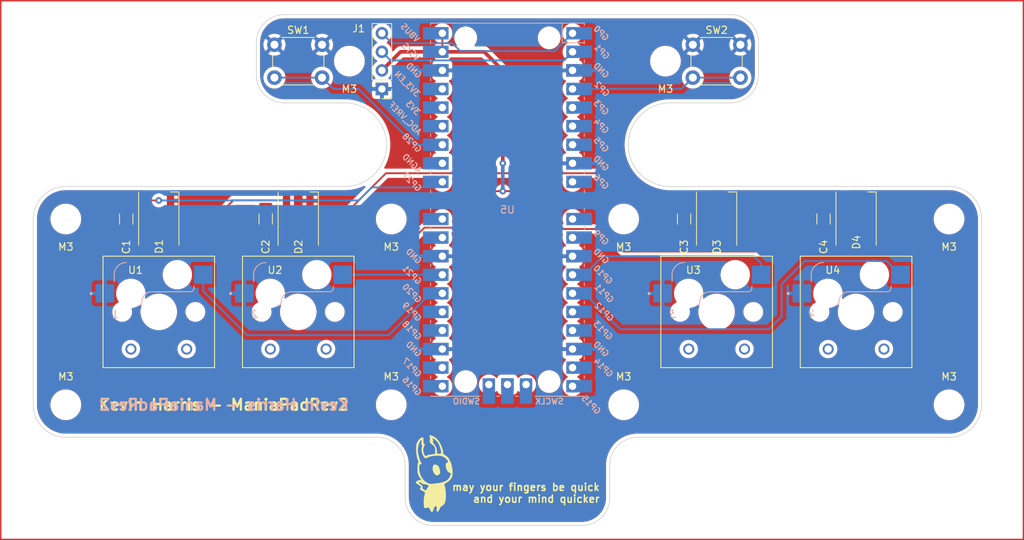
<source format=kicad_pcb>
(kicad_pcb (version 20211014) (generator pcbnew)
  (layers (0 "F.Cu" signal) (31 "B.Cu" signal) (34 "B.Paste" user) (35 "F.Paste" user) (36 "B.SilkS" user "B.Silkscreen") (37 "F.SilkS" user "F.Silkscreen") (38 "B.Mask" user) (39 "F.Mask" user) (44 "Edge.Cuts" user))
  (net 0 "")
  (net 1 "+5V")
  (net 2 "GND")
  (net 3 "Net-(D2-Pad2)")
  (net 4 "Net-(D3-Pad2)")
  (net 5 "Net-(J1-Pad3)")
  (net 6 "Net-(SW1-Pad2)")
  (net 9 "Net-(J1-Pad4)")
  (net 10 "Net-(D1-Pad2)")
  (net 25 "Net-(D1-Pad4)")
  (net 26 "Net-(S3-Pad2)")
  (net 31 "Net-(S4-Pad2)")
  (net 32 "Net-(S1-Pad2)")
  (net 33 "Net-(S2-Pad2)")
  (net 34 "Net-(SW2-Pad2)")
  (footprint "Capacitor_SMD:C_1206_3216Metric_Pad1.33x1.80mm_HandSolder" (layer "F.Cu") (at 170.18 88.9 -90)
    (fp_text reference "C4" (at 3.81 0 90) (layer "F.SilkS"))
    (fp_text value "100nF")
    (pad "1" smd roundrect (at -1.5625 0 270) (size 1.325 1.8) (layers "F.Cu" "F.Paste" "F.Mask") (roundrect_rratio 0.188679) (net 2 "GND"))
    (pad "2" smd roundrect (at 1.5625 0 270) (size 1.325 1.8) (layers "F.Cu" "F.Paste" "F.Mask") (roundrect_rratio 0.188679) (net 1 "+5V"))
  )
  (footprint "MX1A-11NN:CHERRY_MX1A-11NN_SWITCH" (layer "F.Cu") (at 79.375 101.6)
    (fp_text reference "U1" (at -3.175 -5.715) (layer "F.SilkS"))
    (fp_text value "MX1A-11NN")
    (pad "" np_thru_hole circle locked (at 5 0) (size 1.7 1.7) (drill 1.7) (layers *.Cu *.Mask))
    (pad "" np_thru_hole circle locked (at -5 0) (size 1.7 1.7) (drill 1.7) (layers *.Cu *.Mask))
    (pad "" np_thru_hole circle locked (at 0 0) (size 3.9878 3.9878) (drill 3.9878) (layers *.Cu *.Mask))
    (pad "BR1" thru_hole circle locked (at -3.81 5.08) (size 1.508 1.508) (drill 1) (layers *.Cu *.Mask))
    (pad "BR2" thru_hole circle locked (at 3.81 5.08) (size 1.508 1.508) (drill 1) (layers *.Cu *.Mask))
  )
  (footprint "MountingHole:MountingHole_3.2mm_M3_ISO7380" (layer "F.Cu") (at 111.125 114.3)
    (fp_text reference "M3" (at 0 -3.85) (layer "F.SilkS"))
    (fp_text value "MountingHole_3.2mm_M3_ISO7380" hide)
    (pad "" np_thru_hole circle (at 0 0) (size 3.2 3.2) (drill 3.2) (layers *.Cu *.Mask))
  )
  (footprint "MountingHole:MountingHole_3.2mm_M3_ISO7380" (layer "F.Cu") (at 187.325 114.3)
    (fp_text reference "M3" (at 0 -3.85) (layer "F.SilkS"))
    (fp_text value "MountingHole_3.2mm_M3_ISO7380" hide)
    (pad "" np_thru_hole circle (at 0 0) (size 3.2 3.2) (drill 3.2) (layers *.Cu *.Mask))
  )
  (footprint "MountingHole:MountingHole_3.2mm_M3_ISO7380" (layer "F.Cu") (at 105.41 67.31)
    (fp_text reference "M3" (at 0 3.81) (layer "F.SilkS"))
    (fp_text value "MountingHole_3.2mm_M3_ISO7380" hide)
    (pad "" np_thru_hole circle (at 0 0) (size 3.2 3.2) (drill 3.2) (layers *.Cu *.Mask))
  )
  (footprint "Button_Switch_THT:SW_PUSH_6mm" (layer "F.Cu") (at 152.325 65.07)
    (fp_text reference "SW2" (at 3.25 -2) (layer "F.SilkS"))
    (fp_text value "SW_Push")
    (pad "1" thru_hole circle (at 6.5 0 90) (size 2 2) (drill 1.1) (layers *.Cu *.Mask) (net 2 "GND"))
    (pad "1" thru_hole circle (at 0 0 90) (size 2 2) (drill 1.1) (layers *.Cu *.Mask) (net 2 "GND"))
    (pad "2" thru_hole circle (at 6.5 4.5 90) (size 2 2) (drill 1.1) (layers *.Cu *.Mask) (net 34 "Net-(SW2-Pad2)"))
    (pad "2" thru_hole circle (at 0 4.5 90) (size 2 2) (drill 1.1) (layers *.Cu *.Mask) (net 34 "Net-(SW2-Pad2)"))
  )
  (footprint "Capacitor_SMD:C_1206_3216Metric_Pad1.33x1.80mm_HandSolder" (layer "F.Cu") (at 74.93 88.9 -90)
    (fp_text reference "C1" (at 3.81 0 90) (layer "F.SilkS"))
    (fp_text value "100nF")
    (pad "1" smd roundrect (at -1.5625 0 270) (size 1.325 1.8) (layers "F.Cu" "F.Paste" "F.Mask") (roundrect_rratio 0.188679) (net 2 "GND"))
    (pad "2" smd roundrect (at 1.5625 0 270) (size 1.325 1.8) (layers "F.Cu" "F.Paste" "F.Mask") (roundrect_rratio 0.188679) (net 1 "+5V"))
  )
  (footprint "MountingHole:MountingHole_3.2mm_M3_ISO7380" (layer "F.Cu") (at 66.675 88.9)
    (fp_text reference "M3" (at 0 3.81) (layer "F.SilkS"))
    (fp_text value "MountingHole_3.2mm_M3_ISO7380" hide)
    (pad "" np_thru_hole circle (at 0 0) (size 3.2 3.2) (drill 3.2) (layers *.Cu *.Mask))
  )
  (footprint "MountingHole:MountingHole_3.2mm_M3_ISO7380" (layer "F.Cu") (at 142.875 114.3)
    (fp_text reference "M3" (at 0 -3.85) (layer "F.SilkS"))
    (fp_text value "MountingHole_3.2mm_M3_ISO7380" hide)
    (pad "" np_thru_hole circle (at 0 0) (size 3.2 3.2) (drill 3.2) (layers *.Cu *.Mask))
  )
  (footprint "Button_Switch_THT:SW_PUSH_6mm" (layer "F.Cu") (at 95.175 65.07)
    (fp_text reference "SW1" (at 3.25 -2) (layer "F.SilkS"))
    (fp_text value "SW_Push")
    (pad "1" thru_hole circle (at 0 0 90) (size 2 2) (drill 1.1) (layers *.Cu *.Mask) (net 2 "GND"))
    (pad "1" thru_hole circle (at 6.5 0 90) (size 2 2) (drill 1.1) (layers *.Cu *.Mask) (net 2 "GND"))
    (pad "2" thru_hole circle (at 0 4.5 90) (size 2 2) (drill 1.1) (layers *.Cu *.Mask) (net 6 "Net-(SW1-Pad2)"))
    (pad "2" thru_hole circle (at 6.5 4.5 90) (size 2 2) (drill 1.1) (layers *.Cu *.Mask) (net 6 "Net-(SW1-Pad2)"))
  )
  (footprint "Capacitor_SMD:C_1206_3216Metric_Pad1.33x1.80mm_HandSolder" (layer "F.Cu") (at 151.13 88.9 -90)
    (fp_text reference "C3" (at 3.81 0 90) (layer "F.SilkS"))
    (fp_text value "100nF")
    (pad "1" smd roundrect (at -1.5625 0 270) (size 1.325 1.8) (layers "F.Cu" "F.Paste" "F.Mask") (roundrect_rratio 0.188679) (net 2 "GND"))
    (pad "2" smd roundrect (at 1.5625 0 270) (size 1.325 1.8) (layers "F.Cu" "F.Paste" "F.Mask") (roundrect_rratio 0.188679) (net 1 "+5V"))
  )
  (footprint "LED_SMD:LED_WS2812B_PLCC4_5.0x5.0mm_P3.2mm" (layer "F.Cu") (at 79.375 88.858533 90)
    (fp_text reference "D1" (at -3.81 0.041467 90) (layer "F.SilkS"))
    (fp_text value "WS2812B")
    (pad "1" smd rect locked (at -2.45 -1.6 90) (size 1.5 1) (layers "F.Cu" "F.Paste" "F.Mask") (net 1 "+5V"))
    (pad "2" smd rect locked (at -2.45 1.6 90) (size 1.5 1) (layers "F.Cu" "F.Paste" "F.Mask") (net 10 "Net-(D1-Pad2)"))
    (pad "3" smd rect locked (at 2.45 1.6 90) (size 1.5 1) (layers "F.Cu" "F.Paste" "F.Mask") (net 2 "GND"))
    (pad "4" smd rect locked (at 2.45 -1.6 90) (size 1.5 1) (layers "F.Cu" "F.Paste" "F.Mask") (net 25 "Net-(D1-Pad4)"))
  )
  (footprint "MountingHole:MountingHole_3.2mm_M3_ISO7380" (layer "F.Cu") (at 148.59 67.31)
    (fp_text reference "M3" (at 0 3.81) (layer "F.SilkS"))
    (fp_text value "MountingHole_3.2mm_M3_ISO7380" hide)
    (pad "" np_thru_hole circle (at 0 0) (size 3.2 3.2) (drill 3.2) (layers *.Cu *.Mask))
  )
  (footprint "MX1A-11NN:CHERRY_MX1A-11NN_SWITCH" (layer "F.Cu") (at 98.425 101.6)
    (fp_text reference "U2" (at -3.175 -5.715) (layer "F.SilkS"))
    (fp_text value "MX1A-11NN")
    (pad "" np_thru_hole circle locked (at 0 0) (size 3.9878 3.9878) (drill 3.9878) (layers *.Cu *.Mask))
    (pad "" np_thru_hole circle locked (at 5 0) (size 1.7 1.7) (drill 1.7) (layers *.Cu *.Mask))
    (pad "" np_thru_hole circle locked (at -5 0) (size 1.7 1.7) (drill 1.7) (layers *.Cu *.Mask))
    (pad "BR1" thru_hole circle locked (at -3.81 5.08) (size 1.508 1.508) (drill 1) (layers *.Cu *.Mask))
    (pad "BR2" thru_hole circle locked (at 3.81 5.08) (size 1.508 1.508) (drill 1) (layers *.Cu *.Mask))
  )
  (footprint "LED_SMD:LED_WS2812B_PLCC4_5.0x5.0mm_P3.2mm" (layer "F.Cu") (at 155.575 88.858533 90)
    (fp_text reference "D3" (at -3.851467 0.041467 90) (layer "F.SilkS"))
    (fp_text value "WS2812B")
    (pad "1" smd rect (at -2.45 -1.6 90) (size 1.5 1) (layers "F.Cu" "F.Paste" "F.Mask") (net 1 "+5V"))
    (pad "2" smd rect (at -2.45 1.6 90) (size 1.5 1) (layers "F.Cu" "F.Paste" "F.Mask") (net 4 "Net-(D3-Pad2)"))
    (pad "3" smd rect (at 2.45 1.6 90) (size 1.5 1) (layers "F.Cu" "F.Paste" "F.Mask") (net 2 "GND"))
    (pad "4" smd rect (at 2.45 -1.6 90) (size 1.5 1) (layers "F.Cu" "F.Paste" "F.Mask") (net 3 "Net-(D2-Pad2)"))
  )
  (footprint "Graphics:knight" (layer "F.Cu") (at 116.84 123.19)
    (fp_text reference "G***" hide)
    (fp_text value "LOGO" hide)
  )
  (footprint "MX1A-11NN:CHERRY_MX1A-11NN_SWITCH" (layer "F.Cu") (at 155.575 101.6)
    (fp_text reference "U3" (at -3.175 -5.715) (layer "F.SilkS"))
    (fp_text value "MX1A-11NN")
    (pad "" np_thru_hole circle locked (at -5 0) (size 1.7 1.7) (drill 1.7) (layers *.Cu *.Mask))
    (pad "" np_thru_hole circle locked (at 5 0) (size 1.7 1.7) (drill 1.7) (layers *.Cu *.Mask))
    (pad "" np_thru_hole circle locked (at 0 0) (size 3.9878 3.9878) (drill 3.9878) (layers *.Cu *.Mask))
    (pad "BR1" thru_hole circle locked (at -3.81 5.08) (size 1.508 1.508) (drill 1) (layers *.Cu *.Mask))
    (pad "BR2" thru_hole circle locked (at 3.81 5.08) (size 1.508 1.508) (drill 1) (layers *.Cu *.Mask))
  )
  (footprint "LED_SMD:LED_WS2812B_PLCC4_5.0x5.0mm_P3.2mm" (layer "F.Cu") (at 174.625 88.858533 90)
    (fp_text reference "D4" (at -3.216467 0.041467 90) (layer "F.SilkS"))
    (fp_text value "WS2812B")
    (pad "1" smd rect locked (at -2.45 -1.6 90) (size 1.5 1) (layers "F.Cu" "F.Paste" "F.Mask") (net 1 "+5V"))
    (pad "2" smd rect locked (at -2.45 1.6 90) (size 1.5 1) (layers "F.Cu" "F.Paste" "F.Mask"))
    (pad "3" smd rect locked (at 2.45 1.6 90) (size 1.5 1) (layers "F.Cu" "F.Paste" "F.Mask") (net 2 "GND"))
    (pad "4" smd rect locked (at 2.45 -1.6 90) (size 1.5 1) (layers "F.Cu" "F.Paste" "F.Mask") (net 4 "Net-(D3-Pad2)"))
  )
  (footprint "MountingHole:MountingHole_3.2mm_M3_ISO7380" (layer "F.Cu") (at 66.675 114.3)
    (fp_text reference "M3" (at 0 -3.85) (layer "F.SilkS"))
    (fp_text value "MountingHole_3.2mm_M3_ISO7380" hide)
    (pad "" np_thru_hole circle (at 0 0) (size 3.2 3.2) (drill 3.2) (layers *.Cu *.Mask))
  )
  (footprint "MountingHole:MountingHole_3.2mm_M3_ISO7380" (layer "F.Cu") (at 142.875 88.9)
    (fp_text reference "M3" (at 0 3.81) (layer "F.SilkS"))
    (fp_text value "MountingHole_3.2mm_M3_ISO7380" hide)
    (pad "" np_thru_hole circle (at 0 0) (size 3.2 3.2) (drill 3.2) (layers *.Cu *.Mask))
  )
  (footprint "MX1A-11NN:CHERRY_MX1A-11NN_SWITCH" (layer "F.Cu") (at 174.625 101.6)
    (fp_text reference "U4" (at -3.175 -5.715) (layer "F.SilkS"))
    (fp_text value "MX1A-11NN")
    (pad "" np_thru_hole circle locked (at 5 0) (size 1.7 1.7) (drill 1.7) (layers *.Cu *.Mask))
    (pad "" np_thru_hole circle locked (at 0 0) (size 3.9878 3.9878) (drill 3.9878) (layers *.Cu *.Mask))
    (pad "" np_thru_hole circle locked (at -5 0) (size 1.7 1.7) (drill 1.7) (layers *.Cu *.Mask))
    (pad "BR1" thru_hole circle locked (at -3.81 5.08) (size 1.508 1.508) (drill 1) (layers *.Cu *.Mask))
    (pad "BR2" thru_hole circle locked (at 3.81 5.08) (size 1.508 1.508) (drill 1) (layers *.Cu *.Mask))
  )
  (footprint "LED_SMD:LED_WS2812B_PLCC4_5.0x5.0mm_P3.2mm" (layer "F.Cu") (at 98.425 88.858533 90)
    (fp_text reference "D2" (at -3.851467 0.041467 90) (layer "F.SilkS"))
    (fp_text value "WS2812B")
    (pad "1" smd rect locked (at -2.45 -1.6 90) (size 1.5 1) (layers "F.Cu" "F.Paste" "F.Mask") (net 1 "+5V"))
    (pad "2" smd rect locked (at -2.45 1.6 90) (size 1.5 1) (layers "F.Cu" "F.Paste" "F.Mask") (net 3 "Net-(D2-Pad2)"))
    (pad "3" smd rect locked (at 2.45 1.6 90) (size 1.5 1) (layers "F.Cu" "F.Paste" "F.Mask") (net 2 "GND"))
    (pad "4" smd rect locked (at 2.45 -1.6 90) (size 1.5 1) (layers "F.Cu" "F.Paste" "F.Mask") (net 10 "Net-(D1-Pad2)"))
  )
  (footprint "Connector_PinHeader_2.54mm:PinHeader_1x04_P2.54mm_Vertical" (layer "F.Cu") (at 109.855 71.12 180)
    (fp_text reference "J1" (at 3.175 8.255 180) (layer "F.SilkS"))
    (fp_text value "Conn_01x04" hide)
    (pad "1" thru_hole rect (at 0 0 180) (size 1.7 1.7) (drill 1) (layers *.Cu *.Mask) (net 2 "GND"))
    (pad "2" thru_hole oval (at 0 2.54 180) (size 1.7 1.7) (drill 1) (layers *.Cu *.Mask) (net 1 "+5V"))
    (pad "3" thru_hole oval (at 0 5.08 180) (size 1.7 1.7) (drill 1) (layers *.Cu *.Mask) (net 5 "Net-(J1-Pad3)"))
    (pad "4" thru_hole oval (at 0 7.62 180) (size 1.7 1.7) (drill 1) (layers *.Cu *.Mask) (net 9 "Net-(J1-Pad4)"))
  )
  (footprint "MountingHole:MountingHole_3.2mm_M3_ISO7380" (layer "F.Cu") (at 187.325 88.9)
    (fp_text reference "M3" (at 0 3.81) (layer "F.SilkS"))
    (fp_text value "MountingHole_3.2mm_M3_ISO7380" hide)
    (pad "" np_thru_hole circle (at 0 0) (size 3.2 3.2) (drill 3.2) (layers *.Cu *.Mask))
  )
  (footprint "Capacitor_SMD:C_1206_3216Metric_Pad1.33x1.80mm_HandSolder" (layer "F.Cu") (at 93.98 88.9 -90)
    (fp_text reference "C2" (at 3.81 0 90) (layer "F.SilkS"))
    (fp_text value "100nF")
    (pad "1" smd roundrect (at -1.5625 0 270) (size 1.325 1.8) (layers "F.Cu" "F.Paste" "F.Mask") (roundrect_rratio 0.188679) (net 2 "GND"))
    (pad "2" smd roundrect (at 1.5625 0 270) (size 1.325 1.8) (layers "F.Cu" "F.Paste" "F.Mask") (roundrect_rratio 0.188679) (net 1 "+5V"))
  )
  (footprint "MountingHole:MountingHole_3.2mm_M3_ISO7380" (layer "F.Cu") (at 111.125 88.9)
    (fp_text reference "M3" (at 0 3.81) (layer "F.SilkS"))
    (fp_text value "MountingHole_3.2mm_M3_ISO7380" hide)
    (pad "" np_thru_hole circle (at 0 0) (size 3.2 3.2) (drill 3.2) (layers *.Cu *.Mask))
  )
  (footprint "PG151101S11:SW_PG151101S11" (layer "B.Cu") (at 78.7315 97.79)
    (fp_text reference "S1" (at -4.825 4.135) (layer "B.SilkS") (effects (justify mirror)))
    (fp_text value "PG151101S11")
    (pad "" np_thru_hole circle (at -3.175 1.27) (size 3 3) (drill 3) (layers *.Cu *.Mask))
    (pad "" np_thru_hole circle (at 3.175 -1.27) (size 3 3) (drill 3) (layers *.Cu *.Mask))
    (pad "1" smd rect (at -6.725 1.27) (size 2.55 2.5) (layers "B.Cu" "B.Paste" "B.Mask") (net 2 "GND"))
    (pad "2" smd rect (at 6.725 -1.27) (size 2.55 2.5) (layers "B.Cu" "B.Paste" "B.Mask") (net 32 "Net-(S1-Pad2)"))
  )
  (footprint "PG151101S11:SW_PG151101S11" (layer "B.Cu") (at 173.95 97.79)
    (fp_text reference "S4" (at -4.825 4.135) (layer "B.SilkS") (effects (justify mirror)))
    (fp_text value "PG151101S11")
    (pad "" np_thru_hole circle (at 3.175 -1.27) (size 3 3) (drill 3) (layers *.Cu *.Mask))
    (pad "" np_thru_hole circle (at -3.175 1.27) (size 3 3) (drill 3) (layers *.Cu *.Mask))
    (pad "1" smd rect (at -6.725 1.27) (size 2.55 2.5) (layers "B.Cu" "B.Paste" "B.Mask") (net 2 "GND"))
    (pad "2" smd rect (at 6.725 -1.27) (size 2.55 2.5) (layers "B.Cu" "B.Paste" "B.Mask") (net 31 "Net-(S4-Pad2)"))
  )
  (footprint "SC0915:RPi_Pico_SMD_TH" (layer "B.Cu") (at 127 87.63 180)
    (fp_text reference "U5" (at 0 0) (layer "B.SilkS") (effects (justify mirror)))
    (fp_text value "SC0915")
    (fp_text user "GP19" (at 13.054 -13.97 135) (layer "B.SilkS") (effects (font (size 0.8 0.8)) (justify mirror)))
    (fp_text user "SWCLK" (at -5.7 -26.2) (layer "B.SilkS") (effects (font (size 0.8 0.8)) (justify mirror)))
    (fp_text user "GP17" (at 13.054 -21.59 135) (layer "B.SilkS") (effects (font (size 0.8 0.8)) (justify mirror)))
    (fp_text user "GP14" (at -13.1 -21.59 135) (layer "B.SilkS") (effects (font (size 0.8 0.8)) (justify mirror)))
    (fp_text user "GND" (at -12.8 -19.05 135) (layer "B.SilkS") (effects (font (size 0.8 0.8)) (justify mirror)))
    (fp_text user "GP0" (at -12.8 24.13 135) (layer "B.SilkS") (effects (font (size 0.8 0.8)) (justify mirror)))
    (fp_text user "GP4" (at -12.8 11.43 135) (layer "B.SilkS") (effects (font (size 0.8 0.8)) (justify mirror)))
    (fp_text user "GP27" (at 13.054 3.8 135) (layer "B.SilkS") (effects (font (size 0.8 0.8)) (justify mirror)))
    (fp_text user "GP1" (at -12.9 21.6 135) (layer "B.SilkS") (effects (font (size 0.8 0.8)) (justify mirror)))
    (fp_text user "GND" (at 12.8 -6.35 135) (layer "B.SilkS") (effects (font (size 0.8 0.8)) (justify mirror)))
    (fp_text user "GND" (at 12.8 19.05 135) (layer "B.SilkS") (effects (font (size 0.8 0.8)) (justify mirror)))
    (fp_text user "GP15" (at -11.43 -26.67 135) (layer "B.SilkS") (effects (font (size 0.8 0.8)) (justify mirror)))
    (fp_text user "GP13" (at -13.054 -16.51 135) (layer "B.SilkS") (effects (font (size 0.8 0.8)) (justify mirror)))
    (fp_text user "SWDIO" (at 5.6 -26.2) (layer "B.SilkS") (effects (font (size 0.8 0.8)) (justify mirror)))
    (fp_text user "GP6" (at -12.8 3.81 135) (layer "B.SilkS") (effects (font (size 0.8 0.8)) (justify mirror)))
    (fp_text user "GND" (at -12.8 6.35 135) (layer "B.SilkS") (effects (font (size 0.8 0.8)) (justify mirror)))
    (fp_text user "GP3" (at -12.8 13.97 135) (layer "B.SilkS") (effects (font (size 0.8 0.8)) (justify mirror)))
    (fp_text user "GP16" (at 13.054 -24.13 135) (layer "B.SilkS") (effects (font (size 0.8 0.8)) (justify mirror)))
    (fp_text user "3V3_EN" (at 13.7 17.2 135) (layer "B.SilkS") (effects (font (size 0.8 0.8)) (justify mirror)))
    (fp_text user "GND" (at 12.8 -19.05 135) (layer "B.SilkS") (effects (font (size 0.8 0.8)) (justify mirror)))
    (fp_text user "GP9" (at -12.8 -3.81 135) (layer "B.SilkS") (effects (font (size 0.8 0.8)) (justify mirror)))
    (fp_text user "GND" (at -12.8 -6.35 135) (layer "B.SilkS") (effects (font (size 0.8 0.8)) (justify mirror)))
    (fp_text user "GP21" (at 13.054 -8.9 135) (layer "B.SilkS") (effects (font (size 0.8 0.8)) (justify mirror)))
    (fp_text user "GP10" (at -13.054 -8.89 135) (layer "B.SilkS") (effects (font (size 0.8 0.8)) (justify mirror)))
    (fp_text user "ADC_VREF" (at 14 12.5 135) (layer "B.SilkS") (effects (font (size 0.8 0.8)) (justify mirror)))
    (fp_text user "GP18" (at 13.054 -16.51 135) (layer "B.SilkS") (effects (font (size 0.8 0.8)) (justify mirror)))
    (fp_text user "3V3" (at 12.9 13.9 135) (layer "B.SilkS") (effects (font (size 0.8 0.8)) (justify mirror)))
    (fp_text user "GP5" (at -12.8 8.89 135) (layer "B.SilkS") (effects (font (size 0.8 0.8)) (justify mirror)))
    (fp_text user "GP20" (at 13.054 -11.43 135) (layer "B.SilkS") (effects (font (size 0.8 0.8)) (justify mirror)))
    (fp_text user "GND" (at -12.8 19.05 135) (layer "B.SilkS") (effects (font (size 0.8 0.8)) (justify mirror)))
    (fp_text user "VSYS" (at 13.2 21.59 135) (layer "B.SilkS") (effects (font (size 0.8 0.8)) (justify mirror)))
    (fp_text user "GP12" (at -13.2 -13.97 135) (layer "B.SilkS") (effects (font (size 0.8 0.8)) (justify mirror)))
    (fp_text user "GP2" (at -12.9 16.51 135) (layer "B.SilkS") (effects (font (size 0.8 0.8)) (justify mirror)))
    (fp_text user "GP28" (at 13.054 9.144 135) (layer "B.SilkS") (effects (font (size 0.8 0.8)) (justify mirror)))
    (fp_text user "VBUS" (at 13.3 24.2 135) (layer "B.SilkS") (effects (font (size 0.8 0.8)) (justify mirror)))
    (fp_text user "GP11" (at -13.2 -11.43 135) (layer "B.SilkS") (effects (font (size 0.8 0.8)) (justify mirror)))
    (fp_text user "AGND" (at 13.054 6.35 135) (layer "B.SilkS") (effects (font (size 0.8 0.8)) (justify mirror)))
    (pad "" np_thru_hole circle (at -5.7 23.5 180) (size 2.1 2.1) (drill 2.1) (layers *.Cu *.Mask))
    (pad "" np_thru_hole circle (at -5.7 -23.5 180) (size 2.1 2.1) (drill 2.1) (layers *.Cu *.Mask))
    (pad "" np_thru_hole circle (at 5.7 -23.5 180) (size 2.1 2.1) (drill 2.1) (layers *.Cu *.Mask))
    (pad "" np_thru_hole circle (at 5.7 23.5 180) (size 2.1 2.1) (drill 2.1) (layers *.Cu *.Mask))
    (pad "1" thru_hole oval (at -8.89 24.13 180) (size 1.7 1.7) (drill 1.02) (layers *.Cu *.Mask) (net 9 "Net-(J1-Pad4)"))
    (pad "1" smd rect (at -8.89 24.13 180) (size 3.5 1.7) (drill (offset -0.9 0)) (layers "B.Cu" "B.Mask") (net 9 "Net-(J1-Pad4)"))
    (pad "2" smd rect (at -8.89 21.59 180) (size 3.5 1.7) (drill (offset -0.9 0)) (layers "B.Cu" "B.Mask") (net 5 "Net-(J1-Pad3)"))
    (pad "2" thru_hole oval (at -8.89 21.59 180) (size 1.7 1.7) (drill 1.02) (layers *.Cu *.Mask) (net 5 "Net-(J1-Pad3)"))
    (pad "3" thru_hole rect (at -8.89 19.05 180) (size 1.7 1.7) (drill 1.02) (layers *.Cu *.Mask) (net 2 "GND"))
    (pad "3" smd rect (at -8.89 19.05 180) (size 3.5 1.7) (drill (offset -0.9 0)) (layers "B.Cu" "B.Mask") (net 2 "GND"))
    (pad "4" thru_hole oval (at -8.89 16.51 180) (size 1.7 1.7) (drill 1.02) (layers *.Cu *.Mask) (net 34 "Net-(SW2-Pad2)"))
    (pad "4" smd rect (at -8.89 16.51 180) (size 3.5 1.7) (drill (offset -0.9 0)) (layers "B.Cu" "B.Mask") (net 34 "Net-(SW2-Pad2)"))
    (pad "5" smd rect (at -8.89 13.97 180) (size 3.5 1.7) (drill (offset -0.9 0)) (layers "B.Cu" "B.Mask"))
    (pad "5" thru_hole oval (at -8.89 13.97 180) (size 1.7 1.7) (drill 1.02) (layers *.Cu *.Mask))
    (pad "6" thru_hole oval (at -8.89 11.43 180) (size 1.7 1.7) (drill 1.02) (layers *.Cu *.Mask))
    (pad "6" smd rect (at -8.89 11.43 180) (size 3.5 1.7) (drill (offset -0.9 0)) (layers "B.Cu" "B.Mask"))
    (pad "7" thru_hole oval (at -8.89 8.89 180) (size 1.7 1.7) (drill 1.02) (layers *.Cu *.Mask))
    (pad "7" smd rect (at -8.89 8.89 180) (size 3.5 1.7) (drill (offset -0.9 0)) (layers "B.Cu" "B.Mask"))
    (pad "8" thru_hole rect (at -8.89 6.35 180) (size 1.7 1.7) (drill 1.02) (layers *.Cu *.Mask) (net 2 "GND"))
    (pad "8" smd rect (at -8.89 6.35 180) (size 3.5 1.7) (drill (offset -0.9 0)) (layers "B.Cu" "B.Mask") (net 2 "GND"))
    (pad "9" thru_hole oval (at -8.89 3.81 180) (size 1.7 1.7) (drill 1.02) (layers *.Cu *.Mask))
    (pad "9" smd rect (at -8.89 3.81 180) (size 3.5 1.7) (drill (offset -0.9 0)) (layers "B.Cu" "B.Mask"))
    (pad "11" thru_hole oval (at -8.89 -1.27 180) (size 1.7 1.7) (drill 1.02) (layers *.Cu *.Mask))
    (pad "11" smd rect (at -8.89 -1.27 180) (size 3.5 1.7) (drill (offset -0.9 0)) (layers "B.Cu" "B.Mask"))
    (pad "12" thru_hole oval (at -8.89 -3.81 180) (size 1.7 1.7) (drill 1.02) (layers *.Cu *.Mask))
    (pad "12" smd rect (at -8.89 -3.81 180) (size 3.5 1.7) (drill (offset -0.9 0)) (layers "B.Cu" "B.Mask"))
    (pad "13" thru_hole rect (at -8.89 -6.35 180) (size 1.7 1.7) (drill 1.02) (layers *.Cu *.Mask) (net 2 "GND"))
    (pad "13" smd rect (at -8.89 -6.35 180) (size 3.5 1.7) (drill (offset -0.9 0)) (layers "B.Cu" "B.Mask") (net 2 "GND"))
    (pad "14" thru_hole oval (at -8.89 -8.89 180) (size 1.7 1.7) (drill 1.02) (layers *.Cu *.Mask) (net 26 "Net-(S3-Pad2)"))
    (pad "14" smd rect (at -8.89 -8.89 180) (size 3.5 1.7) (drill (offset -0.9 0)) (layers "B.Cu" "B.Mask") (net 26 "Net-(S3-Pad2)"))
    (pad "15" thru_hole oval (at -8.89 -11.43 180) (size 1.7 1.7) (drill 1.02) (layers *.Cu *.Mask) (net 31 "Net-(S4-Pad2)"))
    (pad "15" smd rect (at -8.89 -11.43 180) (size 3.5 1.7) (drill (offset -0.9 0)) (layers "B.Cu" "B.Mask") (net 31 "Net-(S4-Pad2)"))
    (pad "16" thru_hole oval (at -8.89 -13.97 180) (size 1.7 1.7) (drill 1.02) (layers *.Cu *.Mask))
    (pad "16" smd rect (at -8.89 -13.97 180) (size 3.5 1.7) (drill (offset -0.9 0)) (layers "B.Cu" "B.Mask"))
    (pad "17" smd rect (at -8.89 -16.51 180) (size 3.5 1.7) (drill (offset -0.9 0)) (layers "B.Cu" "B.Mask"))
    (pad "17" thru_hole oval (at -8.89 -16.51 180) (size 1.7 1.7) (drill 1.02) (layers *.Cu *.Mask))
    (pad "18" thru_hole rect (at -8.89 -19.05 180) (size 1.7 1.7) (drill 1.02) (layers *.Cu *.Mask) (net 2 "GND"))
    (pad "18" smd rect (at -8.89 -19.05 180) (size 3.5 1.7) (drill (offset -0.9 0)) (layers "B.Cu" "B.Mask") (net 2 "GND"))
    (pad "19" thru_hole oval (at -8.89 -21.59 180) (size 1.7 1.7) (drill 1.02) (layers *.Cu *.Mask))
    (pad "19" smd rect (at -8.89 -21.59 180) (size 3.5 1.7) (drill (offset -0.9 0)) (layers "B.Cu" "B.Mask"))
    (pad "20" thru_hole oval (at -8.89 -24.13 180) (size 1.7 1.7) (drill 1.02) (layers *.Cu *.Mask))
    (pad "20" smd rect (at -8.89 -24.13 180) (size 3.5 1.7) (drill (offset -0.9 0)) (layers "B.Cu" "B.Mask"))
    (pad "21" thru_hole oval (at 8.89 -24.13 180) (size 1.7 1.7) (drill 1.02) (layers *.Cu *.Mask))
    (pad "21" smd rect (at 8.89 -24.13 180) (size 3.5 1.7) (drill (offset 0.9 0)) (layers "B.Cu" "B.Mask"))
    (pad "22" thru_hole oval (at 8.89 -21.59 180) (size 1.7 1.7) (drill 1.02) (layers *.Cu *.Mask))
    (pad "22" smd rect (at 8.89 -21.59 180) (size 3.5 1.7) (drill (offset 0.9 0)) (layers "B.Cu" "B.Mask"))
    (pad "23" thru_hole rect (at 8.89 -19.05 180) (size 1.7 1.7) (drill 1.02) (layers *.Cu *.Mask) (net 2 "GND"))
    (pad "23" smd rect (at 8.89 -19.05 180) (size 3.5 1.7) (drill (offset 0.9 0)) (layers "B.Cu" "B.Mask") (net 2 "GND"))
    (pad "24" smd rect (at 8.89 -16.51 180) (size 3.5 1.7) (drill (offset 0.9 0)) (layers "B.Cu" "B.Mask"))
    (pad "24" thru_hole oval (at 8.89 -16.51 180) (size 1.7 1.7) (drill 1.02) (layers *.Cu *.Mask))
    (pad "25" smd rect (at 8.89 -13.97 180) (size 3.5 1.7) (drill (offset 0.9 0)) (layers "B.Cu" "B.Mask"))
    (pad "25" thru_hole oval (at 8.89 -13.97 180) (size 1.7 1.7) (drill 1.02) (layers *.Cu *.Mask))
    (pad "26" smd rect (at 8.89 -11.43 180) (size 3.5 1.7) (drill (offset 0.9 0)) (layers "B.Cu" "B.Mask") (net 32 "Net-(S1-Pad2)"))
    (pad "26" thru_hole oval (at 8.89 -11.43 180) (size 1.7 1.7) (drill 1.02) (layers *.Cu *.Mask) (net 32 "Net-(S1-Pad2)"))
    (pad "27" smd rect (at 8.89 -8.89 180) (size 3.5 1.7) (drill (offset 0.9 0)) (layers "B.Cu" "B.Mask") (net 33 "Net-(S2-Pad2)"))
    (pad "27" thru_hole oval (at 8.89 -8.89 180) (size 1.7 1.7) (drill 1.02) (layers *.Cu *.Mask) (net 33 "Net-(S2-Pad2)"))
    (pad "28" thru_hole rect (at 8.89 -6.35 180) (size 1.7 1.7) (drill 1.02) (layers *.Cu *.Mask) (net 2 "GND"))
    (pad "28" smd rect (at 8.89 -6.35 180) (size 3.5 1.7) (drill (offset 0.9 0)) (layers "B.Cu" "B.Mask") (net 2 "GND"))
    (pad "29" smd rect (at 8.89 -3.81 180) (size 3.5 1.7) (drill (offset 0.9 0)) (layers "B.Cu" "B.Mask"))
    (pad "29" thru_hole oval (at 8.89 -3.81 180) (size 1.7 1.7) (drill 1.02) (layers *.Cu *.Mask))
    (pad "30" thru_hole oval (at 8.89 -1.27 180) (size 1.7 1.7) (drill 1.02) (layers *.Cu *.Mask))
    (pad "30" smd rect (at 8.89 -1.27 180) (size 3.5 1.7) (drill (offset 0.9 0)) (layers "B.Cu" "B.Mask"))
    (pad "32" smd rect (at 8.89 3.81 180) (size 3.5 1.7) (drill (offset 0.9 0)) (layers "B.Cu" "B.Mask") (net 25 "Net-(D1-Pad4)"))
    (pad "32" thru_hole oval (at 8.89 3.81 180) (size 1.7 1.7) (drill 1.02) (layers *.Cu *.Mask) (net 25 "Net-(D1-Pad4)"))
    (pad "33" thru_hole rect (at 8.89 6.35 180) (size 1.7 1.7) (drill 1.02) (layers *.Cu *.Mask))
    (pad "33" smd rect (at 8.89 6.35 180) (size 3.5 1.7) (drill (offset 0.9 0)) (layers "B.Cu" "B.Mask"))
    (pad "34" thru_hole oval (at 8.89 8.89 180) (size 1.7 1.7) (drill 1.02) (layers *.Cu *.Mask) (net 6 "Net-(SW1-Pad2)"))
    (pad "34" smd rect (at 8.89 8.89 180) (size 3.5 1.7) (drill (offset 0.9 0)) (layers "B.Cu" "B.Mask") (net 6 "Net-(SW1-Pad2)"))
    (pad "35" thru_hole oval (at 8.89 11.43 180) (size 1.7 1.7) (drill 1.02) (layers *.Cu *.Mask))
    (pad "35" smd rect (at 8.89 11.43 180) (size 3.5 1.7) (drill (offset 0.9 0)) (layers "B.Cu" "B.Mask"))
    (pad "36" thru_hole oval (at 8.89 13.97 180) (size 1.7 1.7) (drill 1.02) (layers *.Cu *.Mask))
    (pad "36" smd rect (at 8.89 13.97 180) (size 3.5 1.7) (drill (offset 0.9 0)) (layers "B.Cu" "B.Mask"))
    (pad "37" thru_hole oval (at 8.89 16.51 180) (size 1.7 1.7) (drill 1.02) (layers *.Cu *.Mask))
    (pad "37" smd rect (at 8.89 16.51 180) (size 3.5 1.7) (drill (offset 0.9 0)) (layers "B.Cu" "B.Mask"))
    (pad "38" smd rect (at 8.89 19.05 180) (size 3.5 1.7) (drill (offset 0.9 0)) (layers "B.Cu" "B.Mask") (net 2 "GND"))
    (pad "38" thru_hole rect (at 8.89 19.05 180) (size 1.7 1.7) (drill 1.02) (layers *.Cu *.Mask) (net 2 "GND"))
    (pad "39" smd rect (at 8.89 21.59 180) (size 3.5 1.7) (drill (offset 0.9 0)) (layers "B.Cu" "B.Mask") (net 1 "+5V"))
    (pad "39" thru_hole oval (at 8.89 21.59 180) (size 1.7 1.7) (drill 1.02) (layers *.Cu *.Mask) (net 1 "+5V"))
    (pad "40" thru_hole oval (at 8.89 24.13 180) (size 1.7 1.7) (drill 1.02) (layers *.Cu *.Mask) (net 1 "+5V"))
    (pad "40" smd rect (at 8.89 24.13 180) (size 3.5 1.7) (drill (offset 0.9 0)) (layers "B.Cu" "B.Mask") (net 1 "+5V"))
    (pad "41" thru_hole oval (at -2.54 -23.9 180) (size 1.7 1.7) (drill 1.02) (layers *.Cu *.Mask))
    (pad "41" smd rect (at -2.54 -23.9 90) (size 3.5 1.7) (drill (offset -0.9 0)) (layers "B.Cu" "B.Mask"))
    (pad "42" smd rect (at 0 -23.9 90) (size 3.5 1.7) (drill (offset -0.9 0)) (layers "B.Cu" "B.Mask"))
    (pad "42" thru_hole rect (at 0 -23.9 180) (size 1.7 1.7) (drill 1.02) (layers *.Cu *.Mask))
    (pad "43" smd rect (at 2.54 -23.9 90) (size 3.5 1.7) (drill (offset -0.9 0)) (layers "B.Cu" "B.Mask"))
    (pad "43" thru_hole oval (at 2.54 -23.9 180) (size 1.7 1.7) (drill 1.02) (layers *.Cu *.Mask))
  )
  (footprint "PG151101S11:SW_PG151101S11" (layer "B.Cu") (at 154.94 97.79)
    (fp_text reference "S3" (at -4.825 4.135) (layer "B.SilkS") (effects (justify mirror)))
    (fp_text value "PG151101S11")
    (pad "" np_thru_hole circle (at 3.175 -1.27) (size 3 3) (drill 3) (layers *.Cu *.Mask))
    (pad "" np_thru_hole circle (at -3.175 1.27) (size 3 3) (drill 3) (layers *.Cu *.Mask))
    (pad "1" smd rect (at -6.725 1.27) (size 2.55 2.5) (layers "B.Cu" "B.Paste" "B.Mask") (net 2 "GND"))
    (pad "2" smd rect (at 6.725 -1.27) (size 2.55 2.5) (layers "B.Cu" "B.Paste" "B.Mask") (net 26 "Net-(S3-Pad2)"))
  )
  (footprint "PG151101S11:SW_PG151101S11" (layer "B.Cu") (at 97.7815 97.79)
    (fp_text reference "S2" (at -4.825 4.135) (layer "B.SilkS") (effects (justify mirror)))
    (fp_text value "PG151101S11")
    (pad "" np_thru_hole circle (at -3.175 1.27) (size 3 3) (drill 3) (layers *.Cu *.Mask))
    (pad "" np_thru_hole circle (at 3.175 -1.27) (size 3 3) (drill 3) (layers *.Cu *.Mask))
    (pad "1" smd rect (at -6.725 1.27) (size 2.55 2.5) (layers "B.Cu" "B.Paste" "B.Mask") (net 2 "GND"))
    (pad "2" smd rect (at 6.725 -1.27) (size 2.55 2.5) (layers "B.Cu" "B.Paste" "B.Mask") (net 33 "Net-(S2-Pad2)"))
  )
  (gr_rect (start 57.785 59.055) (end 197.485 132.715) (layer "F.Cu") (width 0.2) (fill none))
  (gr_line (start 96.52 60.96) (end 157.48 60.96) (layer "Edge.Cuts") (width 0.1))
  (gr_line (start 161.29 64.77) (end 161.29 69.215) (layer "Edge.Cuts") (width 0.1))
  (gr_arc (start 149.225 84.455) (mid 143.51 78.74) (end 149.225 73.025) (layer "Edge.Cuts") (width 0.1))
  (gr_line (start 116.84 130.81) (end 137.16 130.81) (layer "Edge.Cuts") (width 0.1))
  (gr_arc (start 62.23 88.9) (mid 63.53191 85.75691) (end 66.675 84.455) (layer "Edge.Cuts") (width 0.1))
  (gr_line (start 92.71 69.215) (end 92.71 64.77) (layer "Edge.Cuts") (width 0.1))
  (gr_arc (start 187.325 84.455) (mid 190.46809 85.75691) (end 191.77 88.9) (layer "Edge.Cuts") (width 0.1))
  (gr_line (start 140.97 127) (end 140.97 122.555) (layer "Edge.Cuts") (width 0.1))
  (gr_line (start 144.78 118.745) (end 187.325 118.745) (layer "Edge.Cuts") (width 0.1))
  (gr_arc (start 140.97 127) (mid 139.854077 129.694077) (end 137.16 130.81) (layer "Edge.Cuts") (width 0.1))
  (gr_arc (start 157.48 60.96) (mid 160.174077 62.075923) (end 161.29 64.77) (layer "Edge.Cuts") (width 0.1))
  (gr_arc (start 109.22 118.745) (mid 111.914077 119.860923) (end 113.03 122.555) (layer "Edge.Cuts") (width 0.1))
  (gr_line (start 66.675 84.455) (end 104.775 84.455) (layer "Edge.Cuts") (width 0.1))
  (gr_line (start 113.03 127) (end 113.03 122.555) (layer "Edge.Cuts") (width 0.1))
  (gr_line (start 191.77 114.3) (end 191.77 88.9) (layer "Edge.Cuts") (width 0.1))
  (gr_arc (start 104.775 73.025) (mid 110.49 78.74) (end 104.775 84.455) (layer "Edge.Cuts") (width 0.1))
  (gr_arc (start 191.77 114.3) (mid 190.46809 117.44309) (end 187.325 118.745) (layer "Edge.Cuts") (width 0.1))
  (gr_arc (start 66.675 118.745) (mid 63.53191 117.44309) (end 62.23 114.3) (layer "Edge.Cuts") (width 0.1))
  (gr_line (start 149.225 84.455) (end 187.325 84.455) (layer "Edge.Cuts") (width 0.1))
  (gr_arc (start 140.97 122.555) (mid 142.085923 119.860923) (end 144.78 118.745) (layer "Edge.Cuts") (width 0.1))
  (gr_line (start 62.23 88.9) (end 62.23 114.3) (layer "Edge.Cuts") (width 0.1))
  (gr_line (start 109.22 118.745) (end 66.675 118.745) (layer "Edge.Cuts") (width 0.1))
  (gr_line (start 104.775 73.025) (end 96.52 73.025) (layer "Edge.Cuts") (width 0.1))
  (gr_arc (start 96.52 73.025) (mid 93.825923 71.909077) (end 92.71 69.215) (layer "Edge.Cuts") (width 0.1))
  (gr_arc (start 92.71 64.77) (mid 93.825923 62.075923) (end 96.52 60.96) (layer "Edge.Cuts") (width 0.1))
  (gr_arc (start 161.29 69.215) (mid 160.174077 71.909077) (end 157.48 73.025) (layer "Edge.Cuts") (width 0.1))
  (gr_line (start 157.48 73.025) (end 149.225 73.025) (layer "Edge.Cuts") (width 0.1))
  (gr_arc (start 116.84 130.81) (mid 114.145923 129.694077) (end 113.03 127) (layer "Edge.Cuts") (width 0.1))
  (gr_text "Kevin Harris - ManiaPadRev2" (at 88.265 114.3) (layer "B.SilkS") (effects (font (size 1.5 1.5) (thickness 0.3)) (justify mirror)))
  (gr_text "may your fingers be quick\nand your mind quicker" (at 139.7 126.365) (layer "F.SilkS") (effects (font (size 1 1) (thickness 0.2)) (justify right)))
  (gr_text "Kevin Harris - ManiaPadRev2" (at 88.265 114.3) (layer "F.SilkS") (effects (font (size 1.5 1.5) (thickness 0.3))))
  (segment (start 153.975 93.04) (end 153.67 93.345) (width 0.25) (layer "F.Cu") (net 1))
  (segment (start 126.365 68.58) (end 126.365 81.28) (width 0.5) (layer "F.Cu") (net 1))
  (segment (start 120.110489 90.074511) (end 115.665489 90.074511) (width 0.25) (layer "F.Cu") (net 1))
  (segment (start 132.810489 90.265489) (end 139.604511 90.265489) (width 0.25) (layer "F.Cu") (net 1))
  (segment (start 86.995 92.6205) (end 86.995 93.98) (width 0.25) (layer "F.Cu") (net 1))
  (segment (start 112.395 66.04) (end 109.855 68.58) (width 0.5) (layer "F.Cu") (net 1))
  (segment (start 111.76 93.98) (end 87.63 93.98) (width 0.25) (layer "F.Cu") (net 1))
  (segment (start 125.095 85.09) (end 120.110489 90.074511) (width 0.25) (layer "F.Cu") (net 1))
  (segment (start 151.976033 91.308533) (end 153.975 91.308533) (width 0.25) (layer "F.Cu") (net 1))
  (segment (start 93.98 90.4625) (end 89.153 90.4625) (width 0.25) (layer "F.Cu") (net 1))
  (segment (start 173.025 92.405) (end 173.025 91.308533) (width 0.25) (layer "F.Cu") (net 1))
  (segment (start 123.825 66.04) (end 126.365 68.58) (width 0.5) (layer "F.Cu") (net 1))
  (segment (start 153.975 91.308533) (end 153.975 93.04) (width 0.25) (layer "F.Cu") (net 1))
  (segment (start 115.665489 90.074511) (end 111.76 93.98) (width 0.25) (layer "F.Cu") (net 1))
  (segment (start 118.11 66.04) (end 112.395 66.04) (width 0.5) (layer "F.Cu") (net 1))
  (segment (start 153.67 93.345) (end 172.085 93.345) (width 0.25) (layer "F.Cu") (net 1))
  (segment (start 170.18 90.4625) (end 171.026033 91.308533) (width 0.25) (layer "F.Cu") (net 1))
  (segment (start 151.13 90.4625) (end 151.976033 91.308533) (width 0.25) (layer "F.Cu") (net 1))
  (segment (start 75.776033 91.308533) (end 77.775 91.308533) (width 0.25) (layer "F.Cu") (net 1))
  (segment (start 142.875 93.345) (end 153.67 93.345) (width 0.25) (layer "F.Cu") (net 1))
  (segment (start 127.635 85.09) (end 126.365 85.09) (width 0.25) (layer "F.Cu") (net 1))
  (segment (start 118.11 66.04) (end 123.825 66.04) (width 0.5) (layer "F.Cu") (net 1))
  (segment (start 74.93 90.4625) (end 75.776033 91.308533) (width 0.25) (layer "F.Cu") (net 1))
  (segment (start 87.63 93.98) (end 79.446467 93.98) (width 0.25) (layer "F.Cu") (net 1))
  (segment (start 139.7 90.17) (end 142.875 93.345) (width 0.25) (layer "F.Cu") (net 1))
  (segment (start 172.085 93.345) (end 173.025 92.405) (width 0.25) (layer "F.Cu") (net 1))
  (segment (start 126.365 85.09) (end 125.095 85.09) (width 0.25) (layer "F.Cu") (net 1))
  (segment (start 77.775 92.308533) (end 77.775 91.308533) (width 0.25) (layer "F.Cu") (net 1))
  (segment (start 139.604511 90.265489) (end 139.7 90.17) (width 0.25) (layer "F.Cu") (net 1))
  (segment (start 93.98 90.4625) (end 94.826033 91.308533) (width 0.25) (layer "F.Cu") (net 1))
  (segment (start 118.11 63.5) (end 118.11 66.04) (width 0.25) (layer "F.Cu") (net 1))
  (segment (start 89.153 90.4625) (end 86.995 92.6205) (width 0.25) (layer "F.Cu") (net 1))
  (segment (start 127.635 85.09) (end 132.810489 90.265489) (width 0.25) (layer "F.Cu") (net 1))
  (segment (start 171.026033 91.308533) (end 173.025 91.308533) (width 0.25) (layer "F.Cu") (net 1))
  (segment (start 79.446467 93.98) (end 77.775 92.308533) (width 0.25) (layer "F.Cu") (net 1))
  (segment (start 94.826033 91.308533) (end 96.825 91.308533) (width 0.25) (layer "F.Cu") (net 1))
  (via (at 126.365 81.28) (size 0.9) (drill 0.4) (layers "F.Cu" "B.Cu") (net 1))
  (via (at 126.365 85.09) (size 0.9) (drill 0.4) (layers "F.Cu" "B.Cu") (net 1))
  (segment (start 126.365 81.28) (end 126.365 85.09) (width 0.5) (layer "B.Cu") (net 1))
  (segment (start 135.89 81.28) (end 137.795 81.28) (width 0.25) (layer "B.Cu") (net 2))
  (segment (start 135.89 81.28) (end 137.499022 81.28) (width 0.25) (layer "B.Cu") (net 2))
  (segment (start 101.731467 91.308533) (end 110.394511 82.645489) (width 0.25) (layer "F.Cu") (net 3))
  (segment (start 153.291467 85.725) (end 153.975 86.408533) (width 0.25) (layer "F.Cu") (net 3))
  (segment (start 100.025 91.308533) (end 101.731467 91.308533) (width 0.25) (layer "F.Cu") (net 3))
  (segment (start 142.335489 82.645489) (end 145.415 85.725) (width 0.25) (layer "F.Cu") (net 3))
  (segment (start 145.415 85.725) (end 153.291467 85.725) (width 0.25) (layer "F.Cu") (net 3))
  (segment (start 110.394511 82.645489) (end 142.335489 82.645489) (width 0.25) (layer "F.Cu") (net 3))
  (segment (start 157.175 91.308533) (end 161.421467 91.308533) (width 0.25) (layer "F.Cu") (net 4))
  (segment (start 161.421467 91.308533) (end 166.37952 86.35048) (width 0.25) (layer "F.Cu") (net 4))
  (segment (start 166.37952 86.35048) (end 172.966947 86.35048) (width 0.25) (layer "F.Cu") (net 4))
  (segment (start 172.966947 86.35048) (end 173.025 86.408533) (width 0.25) (layer "F.Cu") (net 4))
  (segment (start 109.855 66.04) (end 111.029511 67.214511) (width 0.25) (layer "B.Cu") (net 5))
  (segment (start 111.029511 67.214511) (end 134.715489 67.214511) (width 0.25) (layer "B.Cu") (net 5))
  (segment (start 134.715489 67.214511) (end 135.89 66.04) (width 0.25) (layer "B.Cu") (net 5))
  (segment (start 114.3 78.74) (end 106.68 71.12) (width 0.25) (layer "B.Cu") (net 6))
  (segment (start 106.68 71.12) (end 103.225 71.12) (width 0.25) (layer "B.Cu") (net 6))
  (segment (start 118.11 78.74) (end 114.3 78.74) (width 0.25) (layer "B.Cu") (net 6))
  (segment (start 101.675 69.57) (end 95.175 69.57) (width 0.25) (layer "B.Cu") (net 6))
  (segment (start 103.225 71.12) (end 101.675 69.57) (width 0.25) (layer "B.Cu") (net 6))
  (segment (start 119.475489 64.865489) (end 120.554511 65.944511) (width 0.25) (layer "B.Cu") (net 9))
  (segment (start 133.445489 65.944511) (end 135.89 63.5) (width 0.25) (layer "B.Cu") (net 9))
  (segment (start 120.554511 65.944511) (end 133.445489 65.944511) (width 0.25) (layer "B.Cu") (net 9))
  (segment (start 109.855 63.5) (end 111.220489 64.865489) (width 0.25) (layer "B.Cu") (net 9))
  (segment (start 111.220489 64.865489) (end 119.475489 64.865489) (width 0.25) (layer "B.Cu") (net 9))
  (segment (start 89.54452 86.35048) (end 96.766947 86.35048) (width 0.25) (layer "F.Cu") (net 10))
  (segment (start 96.766947 86.35048) (end 96.825 86.408533) (width 0.25) (layer "F.Cu") (net 10))
  (segment (start 80.975 91.308533) (end 84.586467 91.308533) (width 0.25) (layer "F.Cu") (net 10))
  (segment (start 84.586467 91.308533) (end 89.54452 86.35048) (width 0.25) (layer "F.Cu") (net 10))
  (segment (start 77.823533 86.36) (end 77.775 86.408533) (width 0.25) (layer "F.Cu") (net 25))
  (segment (start 79.375 86.36) (end 77.823533 86.36) (width 0.25) (layer "F.Cu") (net 25))
  (via (at 79.375 86.36) (size 0.9) (drill 0.4) (layers "F.Cu" "B.Cu") (net 25))
  (segment (start 118.11 83.82) (end 117.34998 84.58002) (width 0.25) (layer "B.Cu") (net 25))
  (segment (start 117.34998 84.58002) (end 108.45998 84.58002) (width 0.25) (layer "B.Cu") (net 25))
  (segment (start 106.68 86.36) (end 79.375 86.36) (width 0.25) (layer "B.Cu") (net 25))
  (segment (start 108.45998 84.58002) (end 106.68 86.36) (width 0.25) (layer "B.Cu") (net 25))
  (segment (start 140.039022 93.98) (end 137.499022 96.52) (width 0.25) (layer "B.Cu") (net 26))
  (segment (start 137.499022 96.52) (end 135.89 96.52) (width 0.25) (layer "B.Cu") (net 26))
  (segment (start 160.655 93.98) (end 140.039022 93.98) (width 0.25) (layer "B.Cu") (net 26))
  (segment (start 161.665 96.52) (end 161.665 94.99) (width 0.25) (layer "B.Cu") (net 26))
  (segment (start 161.665 94.99) (end 160.655 93.98) (width 0.25) (layer "B.Cu") (net 26))
  (segment (start 162.731579 103.968421) (end 142.407443 103.968421) (width 0.25) (layer "B.Cu") (net 31))
  (segment (start 137.499022 99.06) (end 135.89 99.06) (width 0.25) (layer "B.Cu") (net 31))
  (segment (start 164.465 97.79) (end 164.465 102.235) (width 0.25) (layer "B.Cu") (net 31))
  (segment (start 167.609521 94.645479) (end 164.465 97.79) (width 0.25) (layer "B.Cu") (net 31))
  (segment (start 142.407443 103.968421) (end 137.499022 99.06) (width 0.25) (layer "B.Cu") (net 31))
  (segment (start 178.800479 94.645479) (end 167.609521 94.645479) (width 0.25) (layer "B.Cu") (net 31))
  (segment (start 180.675 96.52) (end 178.800479 94.645479) (width 0.25) (layer "B.Cu") (net 31))
  (segment (start 164.465 102.235) (end 162.731579 103.968421) (width 0.25) (layer "B.Cu") (net 31))
  (segment (start 110.785978 104.775) (end 116.500978 99.06) (width 0.25) (layer "B.Cu") (net 32))
  (segment (start 85.4565 98.7915) (end 91.44 104.775) (width 0.25) (layer "B.Cu") (net 32))
  (segment (start 116.500978 99.06) (end 118.11 99.06) (width 0.25) (layer "B.Cu") (net 32))
  (segment (start 85.4565 96.52) (end 85.4565 98.7915) (width 0.25) (layer "B.Cu") (net 32))
  (segment (start 91.44 104.775) (end 110.785978 104.775) (width 0.25) (layer "B.Cu") (net 32))
  (segment (start 104.5065 96.52) (end 118.11 96.52) (width 0.25) (layer "B.Cu") (net 33))
  (segment (start 150.775 71.12) (end 152.325 69.57) (width 0.25) (layer "B.Cu") (net 34))
  (segment (start 158.825 69.57) (end 152.325 69.57) (width 0.25) (layer "B.Cu") (net 34))
  (segment (start 135.89 71.12) (end 150.775 71.12) (width 0.25) (layer "B.Cu") (net 34))
  (zone (net 2) (net_name "GND") (layers F&B.Cu) (connect_pads (clearance 0.508)) (min_thickness 0.254) (fill yes (thermal_gap 0.508) (thermal_bridge_width 0.508))
    (polygon (pts (xy 57.785 59.055) (xy 197.485 59.055) (xy 197.485 132.715) (xy 57.785 132.715)))
  )
)
</source>
